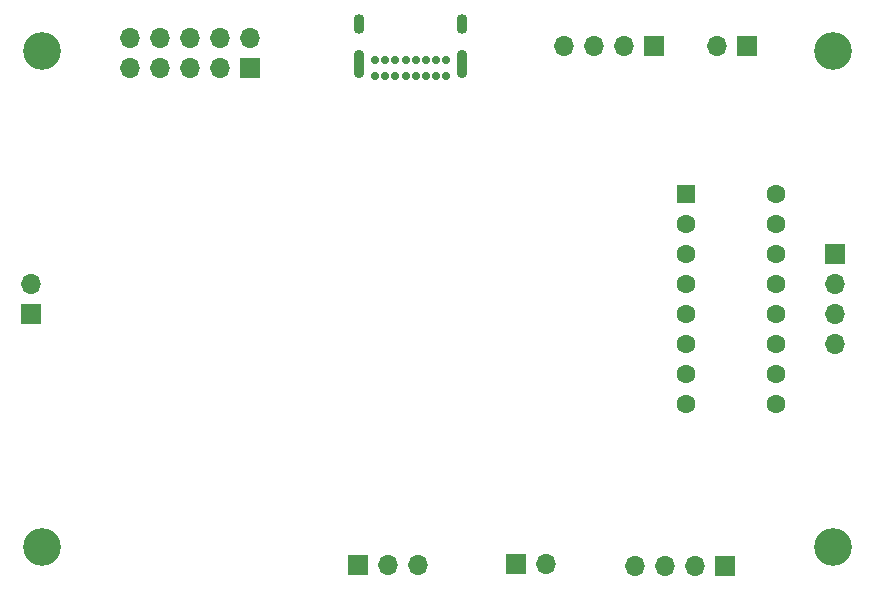
<source format=gbr>
%TF.GenerationSoftware,KiCad,Pcbnew,9.0.3*%
%TF.CreationDate,2025-07-30T22:28:19-05:00*%
%TF.ProjectId,stm32_cad,73746d33-325f-4636-9164-2e6b69636164,rev?*%
%TF.SameCoordinates,Original*%
%TF.FileFunction,Soldermask,Bot*%
%TF.FilePolarity,Negative*%
%FSLAX46Y46*%
G04 Gerber Fmt 4.6, Leading zero omitted, Abs format (unit mm)*
G04 Created by KiCad (PCBNEW 9.0.3) date 2025-07-30 22:28:19*
%MOMM*%
%LPD*%
G01*
G04 APERTURE LIST*
G04 Aperture macros list*
%AMRoundRect*
0 Rectangle with rounded corners*
0 $1 Rounding radius*
0 $2 $3 $4 $5 $6 $7 $8 $9 X,Y pos of 4 corners*
0 Add a 4 corners polygon primitive as box body*
4,1,4,$2,$3,$4,$5,$6,$7,$8,$9,$2,$3,0*
0 Add four circle primitives for the rounded corners*
1,1,$1+$1,$2,$3*
1,1,$1+$1,$4,$5*
1,1,$1+$1,$6,$7*
1,1,$1+$1,$8,$9*
0 Add four rect primitives between the rounded corners*
20,1,$1+$1,$2,$3,$4,$5,0*
20,1,$1+$1,$4,$5,$6,$7,0*
20,1,$1+$1,$6,$7,$8,$9,0*
20,1,$1+$1,$8,$9,$2,$3,0*%
G04 Aperture macros list end*
%ADD10C,3.200000*%
%ADD11C,0.700000*%
%ADD12O,0.900000X2.400000*%
%ADD13O,0.900000X1.700000*%
%ADD14R,1.700000X1.700000*%
%ADD15O,1.700000X1.700000*%
%ADD16RoundRect,0.250000X-0.550000X-0.550000X0.550000X-0.550000X0.550000X0.550000X-0.550000X0.550000X0*%
%ADD17C,1.600000*%
G04 APERTURE END LIST*
D10*
%TO.C,H1*%
X98950000Y-63075000D03*
%TD*%
%TO.C,H3*%
X98950000Y-105075000D03*
%TD*%
%TO.C,H2*%
X165950000Y-105075000D03*
%TD*%
D11*
%TO.C,J2*%
X133125000Y-65185000D03*
X132275000Y-65185000D03*
X131424999Y-65185000D03*
X130575000Y-65185000D03*
X129725000Y-65185000D03*
X128875000Y-65185000D03*
X128024999Y-65185000D03*
X127175000Y-65185000D03*
X127175000Y-63835000D03*
X128025000Y-63835000D03*
X128875000Y-63835000D03*
X129725000Y-63835000D03*
X130575000Y-63835000D03*
X131425000Y-63835000D03*
X132275000Y-63835000D03*
X133125000Y-63835000D03*
D12*
X134475000Y-64205000D03*
D13*
X134475000Y-60825000D03*
D12*
X125825000Y-64205000D03*
D13*
X125825000Y-60825000D03*
%TD*%
D14*
%TO.C,J3*%
X150779999Y-62675000D03*
D15*
X148239999Y-62675000D03*
X145700000Y-62675000D03*
X143159999Y-62675000D03*
%TD*%
D14*
%TO.C,J7*%
X166125000Y-80260000D03*
D15*
X166125000Y-82800000D03*
X166125000Y-85340000D03*
X166125000Y-87880000D03*
%TD*%
D14*
%TO.C,J8*%
X158675000Y-62650000D03*
D15*
X156135000Y-62650000D03*
%TD*%
D14*
%TO.C,J9*%
X125660000Y-106600000D03*
D15*
X128200000Y-106600000D03*
X130739999Y-106600000D03*
%TD*%
D14*
%TO.C,J5*%
X98000000Y-85400000D03*
D15*
X98000000Y-82860000D03*
%TD*%
D14*
%TO.C,J6*%
X156800000Y-106700000D03*
D15*
X154260000Y-106700000D03*
X151720001Y-106700000D03*
X149180000Y-106700000D03*
%TD*%
D14*
%TO.C,J1*%
X116515000Y-64515000D03*
D15*
X116515000Y-61975000D03*
X113975000Y-64515000D03*
X113975000Y-61975000D03*
X111435000Y-64515000D03*
X111435000Y-61975000D03*
X108895000Y-64515000D03*
X108895000Y-61975000D03*
X106355000Y-64515000D03*
X106355000Y-61975000D03*
%TD*%
D16*
%TO.C,U1*%
X153500000Y-75200000D03*
D17*
X153500000Y-77740000D03*
X153500000Y-80279999D03*
X153500000Y-82820000D03*
X153500000Y-85360000D03*
X153500000Y-87900000D03*
X153500000Y-90440000D03*
X153500000Y-92980001D03*
X161120000Y-92980000D03*
X161120000Y-90440000D03*
X161120000Y-87900000D03*
X161120000Y-85360000D03*
X161120000Y-82820000D03*
X161120000Y-80280000D03*
X161120000Y-77740000D03*
X161120000Y-75200000D03*
%TD*%
D14*
%TO.C,J4*%
X139050000Y-106575000D03*
D15*
X141590000Y-106575000D03*
%TD*%
D10*
%TO.C,H4*%
X165950000Y-63075000D03*
%TD*%
M02*

</source>
